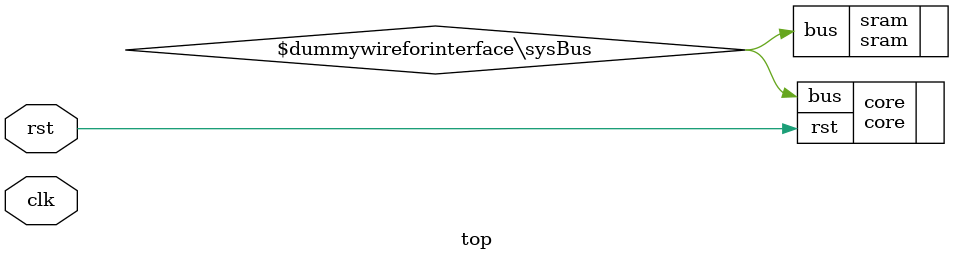
<source format=sv>
`timescale 1ns / 1ps
`include "memory.svh"
`include "core.svh"
`include "buses.svh"

module top
    (
        input clk,
        input rst
    );

    otter_bus sysBus(clk);

    // Note: yosys throws warnings about interface signals being implicitly
    //       declared.
    //       Issue is currenly OPEN on Yosys GitHub
    //       https://github.com/YosysHQ/yosys/issues/1053
    
    (* keep=1 *)
    (* keep_hierarchy=1 *)
    core core(
        .rst(rst),
        .bus(sysBus)
    );


    (* keep=1 *)
    (* keep_hierarchy=1 *)
    sram sram(
        .bus(sysBus)
    );
    


// Tracing for verilator
`ifdef VERILATOR
    // Set up tracing
    initial begin
       if($test$plusargs("trace") != 0) begin
           $display("[%0t] Tracing to logs/vlt_dump.vcd...\n", $time);
           $dumpfile("logs/vlt_dump.vcd");
           $dumpvars();
       end
       $display("[%0t] Module running...\n", $time);
    end
`endif

endmodule

</source>
